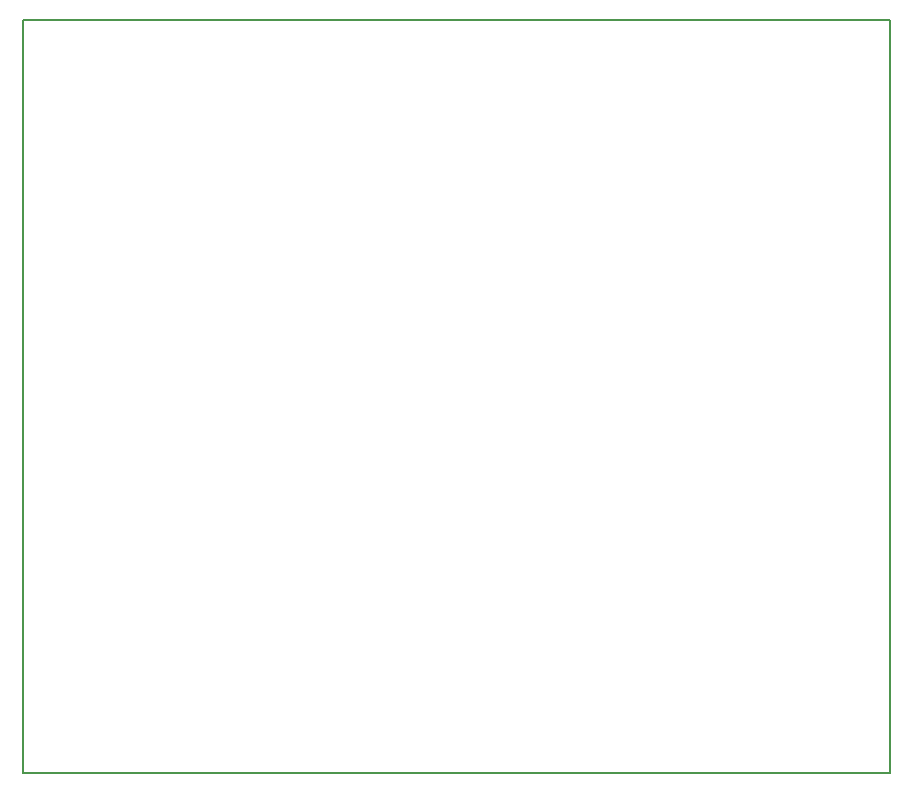
<source format=gbr>
G04 PROTEUS GERBER X2 FILE*
%TF.GenerationSoftware,Labcenter,Proteus,8.6-SP2-Build23525*%
%TF.CreationDate,2020-11-14T07:55:46+00:00*%
%TF.FileFunction,NonPlated,1,2,NPTH*%
%TF.FilePolarity,Positive*%
%TF.Part,Single*%
%FSLAX45Y45*%
%MOMM*%
G01*
%TA.AperFunction,Profile*%
%ADD24C,0.203200*%
%TD.AperFunction*%
D24*
X-1250000Y-2127000D02*
X+6087000Y-2127000D01*
X+6087000Y+4250000D01*
X-1250000Y+4250000D01*
X-1250000Y-2127000D01*
M02*

</source>
